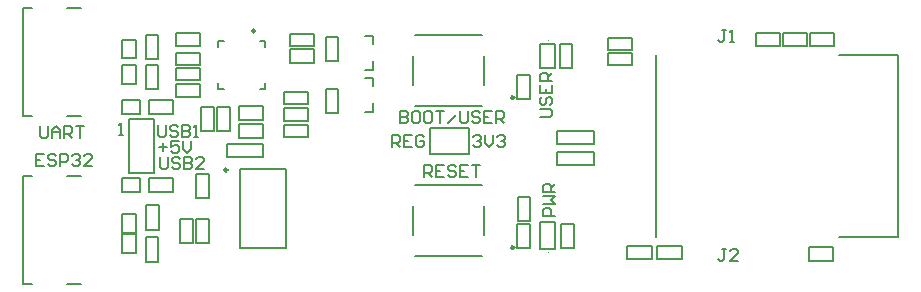
<source format=gto>
G04*
G04 #@! TF.GenerationSoftware,Altium Limited,Altium Designer,24.10.1 (45)*
G04*
G04 Layer_Color=65535*
%FSLAX25Y25*%
%MOIN*%
G70*
G04*
G04 #@! TF.SameCoordinates,ABDC2601-369B-4BB1-BC34-F154D259AF89*
G04*
G04*
G04 #@! TF.FilePolarity,Positive*
G04*
G01*
G75*
%ADD10C,0.00984*%
%ADD11C,0.00400*%
%ADD12C,0.00600*%
%ADD13C,0.00787*%
%ADD14C,0.00500*%
D10*
X66189Y41992D02*
G03*
X66189Y41992I-492J0D01*
G01*
X75429Y88360D02*
G03*
X75429Y88360I-492J0D01*
G01*
X161752Y66142D02*
G03*
X161752Y66142I-492J0D01*
G01*
Y16142D02*
G03*
X161752Y16142I-492J0D01*
G01*
D11*
X173200Y85216D02*
G03*
X173200Y85216I-200J0D01*
G01*
Y14500D02*
G03*
X173200Y14500I-200J0D01*
G01*
D12*
X65900Y50600D02*
X74100D01*
X65900Y46400D02*
X74100D01*
X65900D02*
Y50600D01*
X78100Y46400D02*
Y50600D01*
X69900D02*
X78100D01*
X69900Y46400D02*
X78100D01*
X86900Y83200D02*
X95100D01*
X86900D02*
Y87400D01*
X95100D01*
Y83200D02*
Y87400D01*
X48900Y71900D02*
Y76100D01*
Y71900D02*
X57100D01*
Y76100D01*
X48900D02*
X57100D01*
X48900Y81100D02*
X57100D01*
Y76900D02*
Y81100D01*
X48900Y76900D02*
X57100D01*
X48900D02*
Y81100D01*
X57400Y54900D02*
X61600D01*
Y63100D01*
X57400D02*
X61600D01*
X57400Y54900D02*
Y63100D01*
X84900Y68100D02*
X93100D01*
Y63900D02*
Y68100D01*
X84900Y63900D02*
X93100D01*
X84900D02*
Y68100D01*
X177400Y15900D02*
X181600D01*
Y24100D01*
X177400D02*
X181600D01*
X177400Y15900D02*
Y24100D01*
X181100Y75900D02*
Y84100D01*
X176900Y75900D02*
X181100D01*
X176900D02*
Y84100D01*
X181100D01*
X93100Y52900D02*
Y57100D01*
X84900D02*
X93100D01*
X84900Y52900D02*
Y57100D01*
Y52900D02*
X93100D01*
X43100Y68900D02*
Y77100D01*
X38900Y68900D02*
X43100D01*
X38900D02*
Y77100D01*
X43100D01*
X38900Y78900D02*
X43100D01*
Y87100D01*
X38900D02*
X43100D01*
X38900Y78900D02*
Y87100D01*
X84900Y58400D02*
X93100D01*
X84900D02*
Y62600D01*
X93100D01*
Y58400D02*
Y62600D01*
X39000Y19600D02*
X43200D01*
X39000Y11400D02*
Y19600D01*
Y11400D02*
X43200D01*
Y19600D01*
X39100Y22100D02*
Y30300D01*
X43300D01*
Y22100D02*
Y30300D01*
X39100Y22100D02*
X43300D01*
X192900Y81900D02*
Y86100D01*
Y81900D02*
X201100D01*
Y86100D01*
X192900D02*
X201100D01*
X199400Y12400D02*
X207600D01*
X199400D02*
Y16600D01*
X207600D01*
Y12400D02*
Y16600D01*
X192900Y76900D02*
Y81100D01*
Y76900D02*
X201100D01*
Y81100D01*
X192900D02*
X201100D01*
X209400Y12400D02*
X217600D01*
X209400D02*
Y16600D01*
X217600D01*
Y12400D02*
Y16600D01*
X98900Y60900D02*
X103100D01*
Y69100D01*
X98900D02*
X103100D01*
X98900Y60900D02*
Y69100D01*
X167100Y24900D02*
Y33100D01*
X162900Y24900D02*
X167100D01*
X162900D02*
Y33100D01*
X167100D01*
X99000Y86384D02*
X103200D01*
X99000Y78184D02*
Y86384D01*
Y78184D02*
X103200D01*
Y86384D01*
X176116Y55000D02*
X184316D01*
X176116Y50800D02*
X184316D01*
X176116D02*
Y55000D01*
X176084Y43800D02*
Y48000D01*
Y43800D02*
X184284D01*
X176084Y48000D02*
X184284D01*
X180216Y50800D02*
X188416D01*
X180216Y55000D02*
X188416D01*
Y50800D02*
Y55000D01*
X188284Y43800D02*
Y48000D01*
X180084D02*
X188284D01*
X180084Y43800D02*
X188284D01*
X35800Y70621D02*
Y76820D01*
X31200Y70621D02*
X35800D01*
X31200D02*
Y76820D01*
X35800D01*
X31200Y79180D02*
Y85379D01*
X35800D01*
Y79180D02*
Y85379D01*
X31200Y79180D02*
X35800D01*
X30900Y60700D02*
X37100D01*
X30900D02*
Y65300D01*
X37100D01*
Y60700D02*
Y65300D01*
X35800Y14321D02*
Y20520D01*
X31200Y14321D02*
X35800D01*
X31200D02*
Y20520D01*
X35800D01*
X31200Y21100D02*
Y27300D01*
X35800D01*
Y21100D02*
Y27300D01*
X31200Y21100D02*
X35800D01*
X30900Y34700D02*
X37100D01*
X30900D02*
Y39300D01*
X37100D01*
Y34700D02*
Y39300D01*
X123600Y61599D02*
Y57600D01*
X125599D01*
X126266Y58266D01*
Y58933D01*
X125599Y59599D01*
X123600D01*
X125599D01*
X126266Y60266D01*
Y60932D01*
X125599Y61599D01*
X123600D01*
X129598D02*
X128265D01*
X127599Y60932D01*
Y58266D01*
X128265Y57600D01*
X129598D01*
X130264Y58266D01*
Y60932D01*
X129598Y61599D01*
X133597D02*
X132264D01*
X131597Y60932D01*
Y58266D01*
X132264Y57600D01*
X133597D01*
X134263Y58266D01*
Y60932D01*
X133597Y61599D01*
X135596D02*
X138262D01*
X136929D01*
Y57600D01*
X139595D02*
X142261Y60266D01*
X143594Y61599D02*
Y58266D01*
X144260Y57600D01*
X145593D01*
X146259Y58266D01*
Y61599D01*
X150258Y60932D02*
X149592Y61599D01*
X148259D01*
X147592Y60932D01*
Y60266D01*
X148259Y59599D01*
X149592D01*
X150258Y58933D01*
Y58266D01*
X149592Y57600D01*
X148259D01*
X147592Y58266D01*
X154257Y61599D02*
X151591D01*
Y57600D01*
X154257D01*
X151591Y59599D02*
X152924D01*
X155590Y57600D02*
Y61599D01*
X157589D01*
X158256Y60932D01*
Y59599D01*
X157589Y58933D01*
X155590D01*
X156923D02*
X158256Y57600D01*
X170401Y59600D02*
X173733D01*
X174400Y60266D01*
Y61599D01*
X173733Y62266D01*
X170401D01*
X171068Y66264D02*
X170401Y65598D01*
Y64265D01*
X171068Y63599D01*
X171734D01*
X172401Y64265D01*
Y65598D01*
X173067Y66264D01*
X173733D01*
X174400Y65598D01*
Y64265D01*
X173733Y63599D01*
X170401Y70263D02*
Y67597D01*
X174400D01*
Y70263D01*
X172401Y67597D02*
Y68930D01*
X174400Y71596D02*
X170401D01*
Y73595D01*
X171068Y74262D01*
X172401D01*
X173067Y73595D01*
Y71596D01*
Y72929D02*
X174400Y74262D01*
X175400Y26600D02*
X171401D01*
Y28599D01*
X172068Y29266D01*
X173401D01*
X174067Y28599D01*
Y26600D01*
X171401Y30599D02*
X175400D01*
X174067Y31932D01*
X175400Y33264D01*
X171401D01*
X175400Y34597D02*
X171401D01*
Y36597D01*
X172068Y37263D01*
X173401D01*
X174067Y36597D01*
Y34597D01*
Y35930D02*
X175400Y37263D01*
X131600Y39600D02*
Y43599D01*
X133599D01*
X134266Y42932D01*
Y41599D01*
X133599Y40933D01*
X131600D01*
X132933D02*
X134266Y39600D01*
X138265Y43599D02*
X135599D01*
Y39600D01*
X138265D01*
X135599Y41599D02*
X136932D01*
X142263Y42932D02*
X141597Y43599D01*
X140264D01*
X139597Y42932D01*
Y42266D01*
X140264Y41599D01*
X141597D01*
X142263Y40933D01*
Y40266D01*
X141597Y39600D01*
X140264D01*
X139597Y40266D01*
X146262Y43599D02*
X143596D01*
Y39600D01*
X146262D01*
X143596Y41599D02*
X144929D01*
X147595Y43599D02*
X150261D01*
X148928D01*
Y39600D01*
X148100Y53032D02*
X148767Y53699D01*
X150099D01*
X150766Y53032D01*
Y52366D01*
X150099Y51699D01*
X149433D01*
X150099D01*
X150766Y51033D01*
Y50366D01*
X150099Y49700D01*
X148767D01*
X148100Y50366D01*
X152099Y53699D02*
Y51033D01*
X153432Y49700D01*
X154764Y51033D01*
Y53699D01*
X156097Y53032D02*
X156764Y53699D01*
X158097D01*
X158763Y53032D01*
Y52366D01*
X158097Y51699D01*
X157430D01*
X158097D01*
X158763Y51033D01*
Y50366D01*
X158097Y49700D01*
X156764D01*
X156097Y50366D01*
X121200Y49700D02*
Y53699D01*
X123199D01*
X123866Y53032D01*
Y51699D01*
X123199Y51033D01*
X121200D01*
X122533D02*
X123866Y49700D01*
X127865Y53699D02*
X125199D01*
Y49700D01*
X127865D01*
X125199Y51699D02*
X126532D01*
X131863Y53032D02*
X131197Y53699D01*
X129864D01*
X129197Y53032D01*
Y50366D01*
X129864Y49700D01*
X131197D01*
X131863Y50366D01*
Y51699D01*
X130530D01*
X43600Y46299D02*
Y42966D01*
X44266Y42300D01*
X45599D01*
X46266Y42966D01*
Y46299D01*
X50265Y45632D02*
X49598Y46299D01*
X48265D01*
X47599Y45632D01*
Y44966D01*
X48265Y44299D01*
X49598D01*
X50265Y43633D01*
Y42966D01*
X49598Y42300D01*
X48265D01*
X47599Y42966D01*
X51597Y46299D02*
Y42300D01*
X53597D01*
X54263Y42966D01*
Y43633D01*
X53597Y44299D01*
X51597D01*
X53597D01*
X54263Y44966D01*
Y45632D01*
X53597Y46299D01*
X51597D01*
X58262Y42300D02*
X55596D01*
X58262Y44966D01*
Y45632D01*
X57595Y46299D01*
X56263D01*
X55596Y45632D01*
X43400Y49599D02*
X46066D01*
X44733Y50932D02*
Y48266D01*
X50064Y51599D02*
X47399D01*
Y49599D01*
X48732Y50266D01*
X49398D01*
X50064Y49599D01*
Y48266D01*
X49398Y47600D01*
X48065D01*
X47399Y48266D01*
X51397Y51599D02*
Y48933D01*
X52730Y47600D01*
X54063Y48933D01*
Y51599D01*
X43100Y56999D02*
Y53666D01*
X43766Y53000D01*
X45099D01*
X45766Y53666D01*
Y56999D01*
X49764Y56332D02*
X49098Y56999D01*
X47765D01*
X47099Y56332D01*
Y55666D01*
X47765Y54999D01*
X49098D01*
X49764Y54333D01*
Y53666D01*
X49098Y53000D01*
X47765D01*
X47099Y53666D01*
X51097Y56999D02*
Y53000D01*
X53097D01*
X53763Y53666D01*
Y54333D01*
X53097Y54999D01*
X51097D01*
X53097D01*
X53763Y55666D01*
Y56332D01*
X53097Y56999D01*
X51097D01*
X55096Y53000D02*
X56429D01*
X55763D01*
Y56999D01*
X55096Y56332D01*
X5166Y47199D02*
X2500D01*
Y43200D01*
X5166D01*
X2500Y45199D02*
X3833D01*
X9165Y46532D02*
X8498Y47199D01*
X7165D01*
X6499Y46532D01*
Y45866D01*
X7165Y45199D01*
X8498D01*
X9165Y44533D01*
Y43866D01*
X8498Y43200D01*
X7165D01*
X6499Y43866D01*
X10497Y43200D02*
Y47199D01*
X12497D01*
X13163Y46532D01*
Y45199D01*
X12497Y44533D01*
X10497D01*
X14496Y46532D02*
X15163Y47199D01*
X16496D01*
X17162Y46532D01*
Y45866D01*
X16496Y45199D01*
X15829D01*
X16496D01*
X17162Y44533D01*
Y43866D01*
X16496Y43200D01*
X15163D01*
X14496Y43866D01*
X21161Y43200D02*
X18495D01*
X21161Y45866D01*
Y46532D01*
X20494Y47199D01*
X19161D01*
X18495Y46532D01*
X3600Y56599D02*
Y53266D01*
X4266Y52600D01*
X5599D01*
X6266Y53266D01*
Y56599D01*
X7599Y52600D02*
Y55266D01*
X8932Y56599D01*
X10265Y55266D01*
Y52600D01*
Y54599D01*
X7599D01*
X11597Y52600D02*
Y56599D01*
X13597D01*
X14263Y55932D01*
Y54599D01*
X13597Y53933D01*
X11597D01*
X12930D02*
X14263Y52600D01*
X15596Y56599D02*
X18262D01*
X16929D01*
Y52600D01*
X232266Y15599D02*
X230933D01*
X231599D01*
Y12267D01*
X230933Y11600D01*
X230266D01*
X229600Y12267D01*
X236264Y11600D02*
X233599D01*
X236264Y14266D01*
Y14932D01*
X235598Y15599D01*
X234265D01*
X233599Y14932D01*
X232266Y88599D02*
X230933D01*
X231599D01*
Y85266D01*
X230933Y84600D01*
X230266D01*
X229600Y85266D01*
X233599Y84600D02*
X234932D01*
X234265D01*
Y88599D01*
X233599Y87932D01*
X30100Y53600D02*
X31433D01*
X30766D01*
Y57599D01*
X30100Y56932D01*
D13*
X-1909Y60000D02*
X945D01*
X12559D02*
X17480D01*
X-1909D02*
Y95984D01*
X945D01*
X12559D02*
X17480D01*
X12559Y40000D02*
X17480D01*
X-1909D02*
X945D01*
X-1909Y4016D02*
Y40000D01*
X12559Y4016D02*
X17480D01*
X-1909D02*
X945D01*
X262500Y83300D02*
X266500D01*
X260500D02*
X262500D01*
X266500D02*
X268500D01*
X260500D02*
Y87700D01*
X268500D01*
Y83300D02*
Y87700D01*
X57000Y83300D02*
Y87700D01*
X49000Y83300D02*
X57000D01*
X49000D02*
Y87700D01*
X57000D01*
X70323Y15811D02*
Y42189D01*
X85677Y15811D02*
Y42189D01*
X70323D02*
X85677D01*
X70323Y15811D02*
X85677D01*
X70000Y58800D02*
X78000D01*
Y63200D01*
X70000D02*
X78000D01*
X70000Y58800D02*
Y63200D01*
Y52800D02*
X78000D01*
Y57200D01*
X70000D02*
X78000D01*
X70000Y52800D02*
Y57200D01*
X40000Y60800D02*
X48000D01*
Y65200D01*
X40000D02*
X48000D01*
X40000Y60800D02*
Y65200D01*
X63126Y69126D02*
Y71095D01*
Y69126D02*
X65095D01*
X78874D02*
Y71095D01*
X76906Y69126D02*
X78874D01*
X63126Y82906D02*
Y84874D01*
X65095D01*
X78874Y82906D02*
Y84874D01*
X76906D02*
X78874D01*
X260000Y16200D02*
X268000D01*
X260000Y11800D02*
Y16200D01*
Y11800D02*
X268000D01*
Y16200D01*
X49000Y70700D02*
X57000D01*
X49000Y66300D02*
Y70700D01*
Y66300D02*
X57000D01*
Y70700D01*
X62800Y55000D02*
Y63000D01*
Y55000D02*
X67200D01*
Y63000D01*
X62800D02*
X67200D01*
X87000Y77800D02*
X95000D01*
Y82200D01*
X87000D02*
X95000D01*
X87000Y77800D02*
Y82200D01*
X170500Y84000D02*
X175500D01*
X170500Y76000D02*
Y84000D01*
Y76000D02*
X175500D01*
Y84000D01*
X170500Y15500D02*
Y24500D01*
Y15500D02*
X175500D01*
Y24500D01*
X170500D02*
X175500D01*
X40000Y34800D02*
X48000D01*
Y39200D01*
X40000D02*
X48000D01*
X40000Y34800D02*
Y39200D01*
X133600Y47350D02*
Y55850D01*
X146600D01*
Y47350D02*
Y55850D01*
X133600Y47350D02*
X146600D01*
X33250Y41000D02*
Y59000D01*
Y41000D02*
X41750D01*
Y59000D01*
X33250D02*
X41750D01*
X54700Y17500D02*
Y25500D01*
X50300D02*
X54700D01*
X50300Y17500D02*
Y25500D01*
Y17500D02*
X54700D01*
X60200D02*
Y25500D01*
X55800D02*
X60200D01*
X55800Y17500D02*
Y25500D01*
Y17500D02*
X60200D01*
X55800Y32500D02*
Y40500D01*
Y32500D02*
X60200D01*
Y40500D01*
X55800D02*
X60200D01*
X251500Y83300D02*
X259500D01*
Y87700D01*
X251500D02*
X259500D01*
X251500Y83300D02*
Y87700D01*
X242500D02*
X250500D01*
X242500Y83300D02*
Y87700D01*
Y83300D02*
X250500D01*
Y87700D01*
X162800Y65500D02*
Y73500D01*
Y65500D02*
X167200D01*
Y73500D01*
X162800D02*
X167200D01*
X151811Y70177D02*
Y79823D01*
X128878Y86811D02*
X151122D01*
X128189Y70177D02*
Y79823D01*
X128878Y63189D02*
X151122D01*
X114559Y69854D02*
Y72709D01*
X112000D02*
X114559D01*
Y61291D02*
Y64146D01*
X112000Y61291D02*
X114559D01*
Y83854D02*
Y86709D01*
X112000D02*
X114559D01*
Y75291D02*
Y78146D01*
X112000Y75291D02*
X114559D01*
X162800Y16000D02*
Y24000D01*
Y16000D02*
X167200D01*
Y24000D01*
X162800D02*
X167200D01*
X151811Y20177D02*
Y29823D01*
X128878Y36811D02*
X151122D01*
X128189Y20177D02*
Y29823D01*
X128878Y13189D02*
X151122D01*
D14*
X269917Y80315D02*
X289799D01*
X209090Y19685D02*
Y80315D01*
X269917Y19685D02*
X289799D01*
Y80315D01*
M02*

</source>
